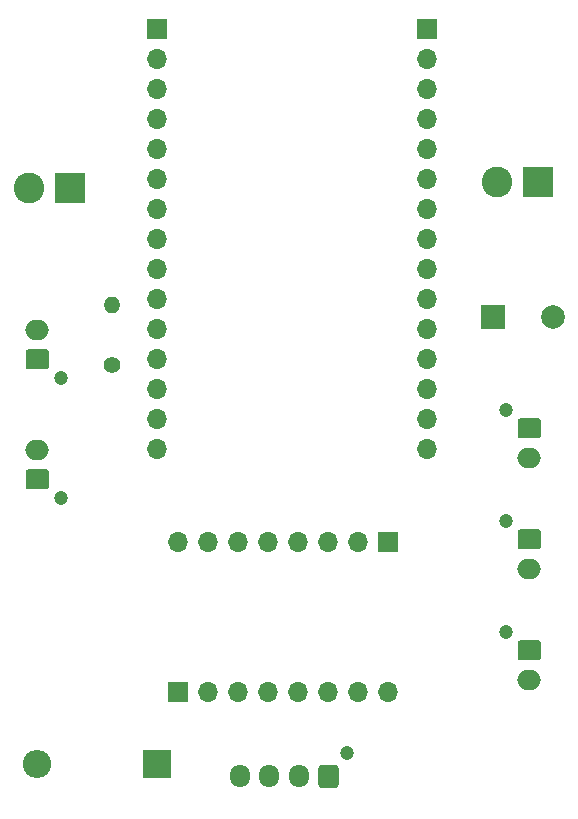
<source format=gts>
%TF.GenerationSoftware,KiCad,Pcbnew,(5.1.10-1-10_14)*%
%TF.CreationDate,2021-12-20T14:54:58-05:00*%
%TF.ProjectId,SmartLock,536d6172-744c-46f6-936b-2e6b69636164,rev?*%
%TF.SameCoordinates,Original*%
%TF.FileFunction,Soldermask,Top*%
%TF.FilePolarity,Negative*%
%FSLAX46Y46*%
G04 Gerber Fmt 4.6, Leading zero omitted, Abs format (unit mm)*
G04 Created by KiCad (PCBNEW (5.1.10-1-10_14)) date 2021-12-20 14:54:58*
%MOMM*%
%LPD*%
G01*
G04 APERTURE LIST*
%ADD10O,2.400000X2.400000*%
%ADD11R,2.400000X2.400000*%
%ADD12C,2.000000*%
%ADD13R,2.000000X2.000000*%
%ADD14C,1.200000*%
%ADD15O,2.000000X1.700000*%
%ADD16O,1.700000X1.950000*%
%ADD17O,1.700000X1.700000*%
%ADD18R,1.700000X1.700000*%
%ADD19O,1.400000X1.400000*%
%ADD20C,1.400000*%
%ADD21C,2.600000*%
%ADD22R,2.600000X2.600000*%
G04 APERTURE END LIST*
D10*
X102870000Y-117856000D03*
D11*
X113030000Y-117856000D03*
D12*
X146478000Y-80010000D03*
D13*
X141478000Y-80010000D03*
D14*
X142526000Y-87808000D03*
D15*
X144526000Y-91908000D03*
G36*
G01*
X143776000Y-88558000D02*
X145276000Y-88558000D01*
G75*
G02*
X145526000Y-88808000I0J-250000D01*
G01*
X145526000Y-90008000D01*
G75*
G02*
X145276000Y-90258000I-250000J0D01*
G01*
X143776000Y-90258000D01*
G75*
G02*
X143526000Y-90008000I0J250000D01*
G01*
X143526000Y-88808000D01*
G75*
G02*
X143776000Y-88558000I250000J0D01*
G01*
G37*
D14*
X142526000Y-97206000D03*
D15*
X144526000Y-101306000D03*
G36*
G01*
X143776000Y-97956000D02*
X145276000Y-97956000D01*
G75*
G02*
X145526000Y-98206000I0J-250000D01*
G01*
X145526000Y-99406000D01*
G75*
G02*
X145276000Y-99656000I-250000J0D01*
G01*
X143776000Y-99656000D01*
G75*
G02*
X143526000Y-99406000I0J250000D01*
G01*
X143526000Y-98206000D01*
G75*
G02*
X143776000Y-97956000I250000J0D01*
G01*
G37*
D14*
X129108000Y-116872000D03*
D16*
X120008000Y-118872000D03*
X122508000Y-118872000D03*
X125008000Y-118872000D03*
G36*
G01*
X128358000Y-118147000D02*
X128358000Y-119597000D01*
G75*
G02*
X128108000Y-119847000I-250000J0D01*
G01*
X126908000Y-119847000D01*
G75*
G02*
X126658000Y-119597000I0J250000D01*
G01*
X126658000Y-118147000D01*
G75*
G02*
X126908000Y-117897000I250000J0D01*
G01*
X128108000Y-117897000D01*
G75*
G02*
X128358000Y-118147000I0J-250000D01*
G01*
G37*
D14*
X142526000Y-106604000D03*
D15*
X144526000Y-110704000D03*
G36*
G01*
X143776000Y-107354000D02*
X145276000Y-107354000D01*
G75*
G02*
X145526000Y-107604000I0J-250000D01*
G01*
X145526000Y-108804000D01*
G75*
G02*
X145276000Y-109054000I-250000J0D01*
G01*
X143776000Y-109054000D01*
G75*
G02*
X143526000Y-108804000I0J250000D01*
G01*
X143526000Y-107604000D01*
G75*
G02*
X143776000Y-107354000I250000J0D01*
G01*
G37*
D17*
X132588000Y-111760000D03*
X130048000Y-111760000D03*
X127508000Y-111760000D03*
X124968000Y-111760000D03*
X122428000Y-111760000D03*
X119888000Y-111760000D03*
X117348000Y-111760000D03*
D18*
X114808000Y-111760000D03*
D17*
X114808000Y-99060000D03*
X117348000Y-99060000D03*
X119888000Y-99060000D03*
X122428000Y-99060000D03*
X124968000Y-99060000D03*
X127508000Y-99060000D03*
X130048000Y-99060000D03*
D18*
X132588000Y-99060000D03*
D17*
X113030000Y-91186000D03*
X113030000Y-88646000D03*
X113030000Y-86106000D03*
X113030000Y-83566000D03*
X113030000Y-81026000D03*
X113030000Y-78486000D03*
X113030000Y-75946000D03*
X113030000Y-73406000D03*
X113030000Y-70866000D03*
X113030000Y-68326000D03*
X113030000Y-65786000D03*
X113030000Y-63246000D03*
X113030000Y-60706000D03*
X113030000Y-58166000D03*
D18*
X113030000Y-55626000D03*
D17*
X135890000Y-91186000D03*
X135890000Y-88646000D03*
X135890000Y-86106000D03*
X135890000Y-83566000D03*
X135890000Y-81026000D03*
X135890000Y-78486000D03*
X135890000Y-75946000D03*
X135890000Y-73406000D03*
X135890000Y-70866000D03*
X135890000Y-68326000D03*
X135890000Y-65786000D03*
X135890000Y-63246000D03*
X135890000Y-60706000D03*
X135890000Y-58166000D03*
D18*
X135890000Y-55626000D03*
D19*
X109220000Y-78994000D03*
D20*
X109220000Y-84074000D03*
D14*
X104870000Y-95326000D03*
D15*
X102870000Y-91226000D03*
G36*
G01*
X103620000Y-94576000D02*
X102120000Y-94576000D01*
G75*
G02*
X101870000Y-94326000I0J250000D01*
G01*
X101870000Y-93126000D01*
G75*
G02*
X102120000Y-92876000I250000J0D01*
G01*
X103620000Y-92876000D01*
G75*
G02*
X103870000Y-93126000I0J-250000D01*
G01*
X103870000Y-94326000D01*
G75*
G02*
X103620000Y-94576000I-250000J0D01*
G01*
G37*
D21*
X141788000Y-68580000D03*
D22*
X145288000Y-68580000D03*
D14*
X104870000Y-85166000D03*
D15*
X102870000Y-81066000D03*
G36*
G01*
X103620000Y-84416000D02*
X102120000Y-84416000D01*
G75*
G02*
X101870000Y-84166000I0J250000D01*
G01*
X101870000Y-82966000D01*
G75*
G02*
X102120000Y-82716000I250000J0D01*
G01*
X103620000Y-82716000D01*
G75*
G02*
X103870000Y-82966000I0J-250000D01*
G01*
X103870000Y-84166000D01*
G75*
G02*
X103620000Y-84416000I-250000J0D01*
G01*
G37*
D21*
X102164000Y-69088000D03*
D22*
X105664000Y-69088000D03*
M02*

</source>
